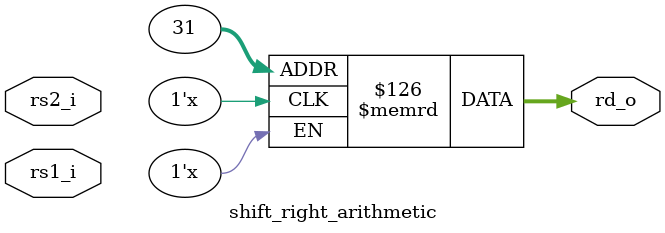
<source format=sv>
module shift_right_arithmetic (
	input logic [31:0] rs1_i, rs2_i,
	output logic [31:0] rd_o
	);
	
	logic [31:0] cond;
	decode_dif DE0(.N_i(rs2_i), .Y_o(cond));
	
	logic [31:0] temp [32];
	
	mux2to1_32bit M0(rs1_i, {rs1_i[31], rs1_i[31:1]}, cond[0], temp[0]); 
	mux2to1_32bit M1(temp[0], {temp[0][31], temp[0][31:1]}, cond[1], temp[1]); 
	mux2to1_32bit M2(temp[1], {temp[1][31], temp[1][31:1]}, cond[2], temp[2]); 
	mux2to1_32bit M3(temp[2], {temp[2][31], temp[2][31:1]}, cond[3], temp[3]); 
	mux2to1_32bit M4(temp[3], {temp[3][31], temp[3][31:1]}, cond[4], temp[4]); 
	mux2to1_32bit M5(temp[4], {temp[4][31], temp[4][31:1]}, cond[5], temp[5]); 
	mux2to1_32bit M6(temp[5], {temp[5][31], temp[5][31:1]}, cond[6], temp[6]); 
	mux2to1_32bit M7(temp[6], {temp[6][31], temp[6][31:1]}, cond[7], temp[7]); 
	mux2to1_32bit M8(temp[7], {temp[7][31], temp[7][31:1]}, cond[8], temp[8]); 
	mux2to1_32bit M9(temp[8], {temp[8][31], temp[8][31:1]}, cond[9], temp[9]); 
	mux2to1_32bit M10(temp[9], {temp[9][31], temp[9][31:1]}, cond[10], temp[10]); 
	mux2to1_32bit M11(temp[10], {temp[10][31], temp[10][31:1]}, cond[11], temp[11]); 
	mux2to1_32bit M12(temp[11], {temp[11][31], temp[11][31:1]}, cond[12], temp[12]); 
	mux2to1_32bit M13(temp[12], {temp[12][31], temp[12][31:1]}, cond[13], temp[13]); 
	mux2to1_32bit M14(temp[13], {temp[13][31], temp[13][31:1]}, cond[14], temp[14]); 
	mux2to1_32bit M15(temp[14], {temp[14][31], temp[14][31:1]}, cond[15], temp[15]); 
	mux2to1_32bit M16(temp[15], {temp[15][31], temp[15][31:1]}, cond[16], temp[16]); 
	mux2to1_32bit M17(temp[16], {temp[16][31], temp[16][31:1]}, cond[17], temp[17]); 
	mux2to1_32bit M18(temp[17], {temp[17][31], temp[17][31:1]}, cond[18], temp[18]); 
	mux2to1_32bit M19(temp[18], {temp[18][31], temp[18][31:1]}, cond[19], temp[19]); 
	mux2to1_32bit M20(temp[19], {temp[19][31], temp[19][31:1]}, cond[20], temp[20]); 
	mux2to1_32bit M21(temp[20], {temp[20][31], temp[20][31:1]}, cond[21], temp[21]); 
	mux2to1_32bit M22(temp[21], {temp[21][31], temp[21][31:1]}, cond[22], temp[22]); 
	mux2to1_32bit M23(temp[22], {temp[22][31], temp[22][31:1]}, cond[23], temp[23]); 
	mux2to1_32bit M24(temp[23], {temp[23][31], temp[23][31:1]}, cond[24], temp[24]); 
	mux2to1_32bit M25(temp[24], {temp[24][31], temp[24][31:1]}, cond[25], temp[25]); 
	mux2to1_32bit M26(temp[25], {temp[25][31], temp[25][31:1]}, cond[26], temp[26]); 
	mux2to1_32bit M27(temp[26], {temp[26][31], temp[26][31:1]}, cond[27], temp[27]); 
	mux2to1_32bit M28(temp[27], {temp[27][31], temp[27][31:1]}, cond[28], temp[28]); 
	mux2to1_32bit M29(temp[28], {temp[28][31], temp[28][31:1]}, cond[29], temp[29]); 
	mux2to1_32bit M30(temp[29], {temp[29][31], temp[29][31:1]}, cond[30], temp[30]); 
	mux2to1_32bit M31(temp[30], {temp[30][31], temp[30][31:1]}, cond[31], temp[31]); 
	
	assign rd_o = temp[31];
	
	
	
endmodule

</source>
